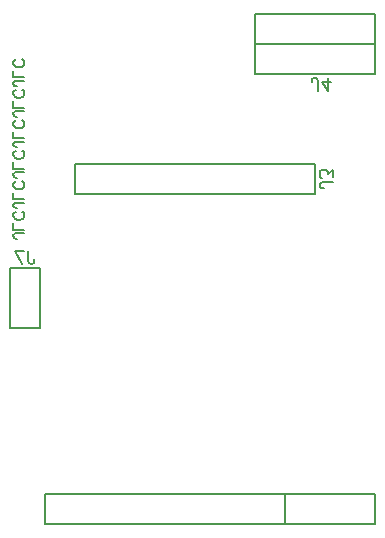
<source format=gbo>
G04 Layer: BottomSilkscreenLayer*
G04 Panelize: , Column: 5, Row: 1, Board Size: 33mm x 44.75mm, Panelized Board Size: 173mm x 44.75mm*
G04 EasyEDA v6.5.51, 2025-08-29 13:19:12*
G04 ee4e1d7ef05e477ab0e75e15892c94f3,14c8f2514d444a3a831de9b613ea4171,10*
G04 Gerber Generator version 0.2*
G04 Scale: 100 percent, Rotated: No, Reflected: No *
G04 Dimensions in millimeters *
G04 leading zeros omitted , absolute positions ,4 integer and 5 decimal *
%FSLAX45Y45*%
%MOMM*%

%ADD10C,0.1300*%
%ADD11C,0.1524*%
%ADD12C,0.2032*%
%ADD13C,0.2030*%
%ADD14C,0.0130*%

%LPD*%
D10*
X175910Y-1144544D02*
G01*
X103182Y-1144544D01*
X89547Y-1149088D01*
X85001Y-1153634D01*
X80454Y-1162725D01*
X80454Y-1171816D01*
X85001Y-1180906D01*
X89547Y-1185451D01*
X103182Y-1189997D01*
X112273Y-1189997D01*
X175910Y-1114544D02*
G01*
X80454Y-1114544D01*
X80454Y-1114544D02*
G01*
X80454Y-1059997D01*
X153182Y-961816D02*
G01*
X162272Y-966360D01*
X171363Y-975451D01*
X175910Y-984544D01*
X175910Y-1002725D01*
X171363Y-1011816D01*
X162272Y-1020907D01*
X153182Y-1025451D01*
X139547Y-1029997D01*
X116819Y-1029997D01*
X103182Y-1025451D01*
X94091Y-1020907D01*
X85001Y-1011816D01*
X80454Y-1002725D01*
X80454Y-984544D01*
X85001Y-975451D01*
X94091Y-966360D01*
X103182Y-961816D01*
X175910Y-886360D02*
G01*
X103182Y-886360D01*
X89547Y-890907D01*
X85001Y-895451D01*
X80454Y-904544D01*
X80454Y-913635D01*
X85001Y-922726D01*
X89547Y-927270D01*
X103182Y-931816D01*
X112273Y-931816D01*
X175910Y-856361D02*
G01*
X80454Y-856361D01*
X80454Y-856361D02*
G01*
X80454Y-801817D01*
X153182Y-703635D02*
G01*
X162272Y-708179D01*
X171363Y-717270D01*
X175910Y-726361D01*
X175910Y-744545D01*
X171363Y-753635D01*
X162272Y-762726D01*
X153182Y-767270D01*
X139547Y-771817D01*
X116819Y-771817D01*
X103182Y-767270D01*
X94091Y-762726D01*
X85001Y-753635D01*
X80454Y-744545D01*
X80454Y-726361D01*
X85001Y-717270D01*
X94091Y-708179D01*
X103182Y-703635D01*
X175910Y-628180D02*
G01*
X103182Y-628180D01*
X89547Y-632726D01*
X85001Y-637270D01*
X80454Y-646361D01*
X80454Y-655452D01*
X85001Y-664545D01*
X89547Y-669089D01*
X103182Y-673635D01*
X112273Y-673635D01*
X175910Y-598180D02*
G01*
X80454Y-598180D01*
X80454Y-598180D02*
G01*
X80454Y-543636D01*
X153182Y-445452D02*
G01*
X162272Y-449999D01*
X171363Y-459089D01*
X175910Y-468180D01*
X175910Y-486361D01*
X171363Y-495452D01*
X162272Y-504545D01*
X153182Y-509089D01*
X139547Y-513636D01*
X116819Y-513636D01*
X103182Y-509089D01*
X94091Y-504545D01*
X85001Y-495452D01*
X80454Y-486361D01*
X80454Y-468180D01*
X85001Y-459089D01*
X94091Y-449999D01*
X103182Y-445452D01*
X175910Y-369999D02*
G01*
X103182Y-369999D01*
X89547Y-374545D01*
X85001Y-379089D01*
X80454Y-388180D01*
X80454Y-397271D01*
X85001Y-406361D01*
X89547Y-410908D01*
X103182Y-415452D01*
X112273Y-415452D01*
X175910Y-339999D02*
G01*
X80454Y-339999D01*
X80454Y-339999D02*
G01*
X80454Y-285452D01*
X153182Y-187271D02*
G01*
X162272Y-191818D01*
X171363Y-200908D01*
X175910Y-209999D01*
X175910Y-228180D01*
X171363Y-237271D01*
X162272Y-246362D01*
X153182Y-250908D01*
X139547Y-255452D01*
X116819Y-255452D01*
X103182Y-250908D01*
X94091Y-246362D01*
X85001Y-237271D01*
X80454Y-228180D01*
X80454Y-209999D01*
X85001Y-200908D01*
X94091Y-191818D01*
X103182Y-187271D01*
X175910Y-111818D02*
G01*
X103182Y-111818D01*
X89547Y-116362D01*
X85001Y-120909D01*
X80454Y-129999D01*
X80454Y-139090D01*
X85001Y-148181D01*
X89547Y-152727D01*
X103182Y-157271D01*
X112273Y-157271D01*
X175910Y-81818D02*
G01*
X80454Y-81818D01*
X80454Y-81818D02*
G01*
X80454Y-27271D01*
X153182Y70909D02*
G01*
X162272Y66362D01*
X171363Y57271D01*
X175910Y48181D01*
X175910Y29999D01*
X171363Y20909D01*
X162272Y11818D01*
X153182Y7272D01*
X139547Y2727D01*
X116819Y2727D01*
X103182Y7272D01*
X94091Y11818D01*
X85001Y20909D01*
X80454Y29999D01*
X80454Y48181D01*
X85001Y57271D01*
X94091Y66362D01*
X103182Y70909D01*
X175910Y146362D02*
G01*
X103182Y146362D01*
X89547Y141818D01*
X85001Y137271D01*
X80454Y128181D01*
X80454Y119090D01*
X85001Y109999D01*
X89547Y105453D01*
X103182Y100909D01*
X112273Y100909D01*
X175910Y176362D02*
G01*
X80454Y176362D01*
X80454Y176362D02*
G01*
X80454Y230908D01*
X153182Y329090D02*
G01*
X162272Y324545D01*
X171363Y315452D01*
X175910Y306362D01*
X175910Y288180D01*
X171363Y279090D01*
X162272Y269999D01*
X153182Y265452D01*
X139547Y260908D01*
X116819Y260908D01*
X103182Y265452D01*
X94091Y269999D01*
X85001Y279090D01*
X80454Y288180D01*
X80454Y306362D01*
X85001Y315452D01*
X94091Y324545D01*
X103182Y329090D01*
D11*
X2661665Y62280D02*
G01*
X2661665Y145338D01*
X2656331Y161086D01*
X2651252Y166166D01*
X2640838Y171246D01*
X2630424Y171246D01*
X2620009Y166166D01*
X2614675Y161086D01*
X2609595Y145338D01*
X2609595Y134924D01*
X2747772Y62280D02*
G01*
X2695956Y134924D01*
X2773679Y134924D01*
X2747772Y62280D02*
G01*
X2747772Y171246D01*
X2785336Y-713051D02*
G01*
X2702209Y-713051D01*
X2686621Y-718248D01*
X2681427Y-723442D01*
X2676232Y-733833D01*
X2676232Y-744225D01*
X2681427Y-754616D01*
X2686621Y-759813D01*
X2702209Y-765007D01*
X2712600Y-765007D01*
X2785336Y-668373D02*
G01*
X2785336Y-611223D01*
X2743771Y-642393D01*
X2743771Y-626808D01*
X2738577Y-616417D01*
X2733382Y-611223D01*
X2717794Y-606026D01*
X2707403Y-606026D01*
X2691818Y-611223D01*
X2681427Y-621611D01*
X2676232Y-637199D01*
X2676232Y-652785D01*
X2681427Y-668373D01*
X2686621Y-673567D01*
X2697012Y-678761D01*
X208038Y-1294665D02*
G01*
X208038Y-1377792D01*
X213235Y-1393380D01*
X218429Y-1398574D01*
X228820Y-1403769D01*
X239212Y-1403769D01*
X249603Y-1398574D01*
X254800Y-1393380D01*
X259994Y-1377792D01*
X259994Y-1367401D01*
X101013Y-1294665D02*
G01*
X152968Y-1403769D01*
X173748Y-1294665D02*
G01*
X101013Y-1294665D01*
D12*
X3142995Y202996D02*
G01*
X3142995Y456996D01*
X2126995Y456996D01*
X2126995Y202996D01*
X2317495Y202996D01*
D13*
X3142995Y202996D02*
G01*
X2317495Y202996D01*
D12*
X3142995Y458000D02*
G01*
X3142995Y712000D01*
X2126995Y712000D01*
X2126995Y458000D01*
X2317495Y458000D01*
D13*
X3142995Y458000D02*
G01*
X2317495Y458000D01*
X2639059Y-812098D02*
G01*
X797560Y-812098D01*
D12*
X2639059Y-812098D02*
G01*
X2639059Y-558098D01*
X607060Y-558098D01*
X607060Y-812098D01*
X797560Y-812098D01*
X2569463Y-3606784D02*
G01*
X2378963Y-3606784D01*
X2378963Y-3352784D01*
X3140963Y-3352784D01*
X3140963Y-3606784D01*
D13*
X3140963Y-3606784D02*
G01*
X2569463Y-3606784D01*
X311912Y-1436115D02*
G01*
X311912Y-1753615D01*
D12*
X311912Y-1436115D02*
G01*
X57912Y-1436115D01*
X57912Y-1944115D01*
X311912Y-1944115D01*
X311912Y-1753615D01*
D13*
X2378997Y-3606995D02*
G01*
X537497Y-3606995D01*
D12*
X2378997Y-3606995D02*
G01*
X2378997Y-3352995D01*
X346997Y-3352995D01*
X346997Y-3606995D01*
X537497Y-3606995D01*
M02*

</source>
